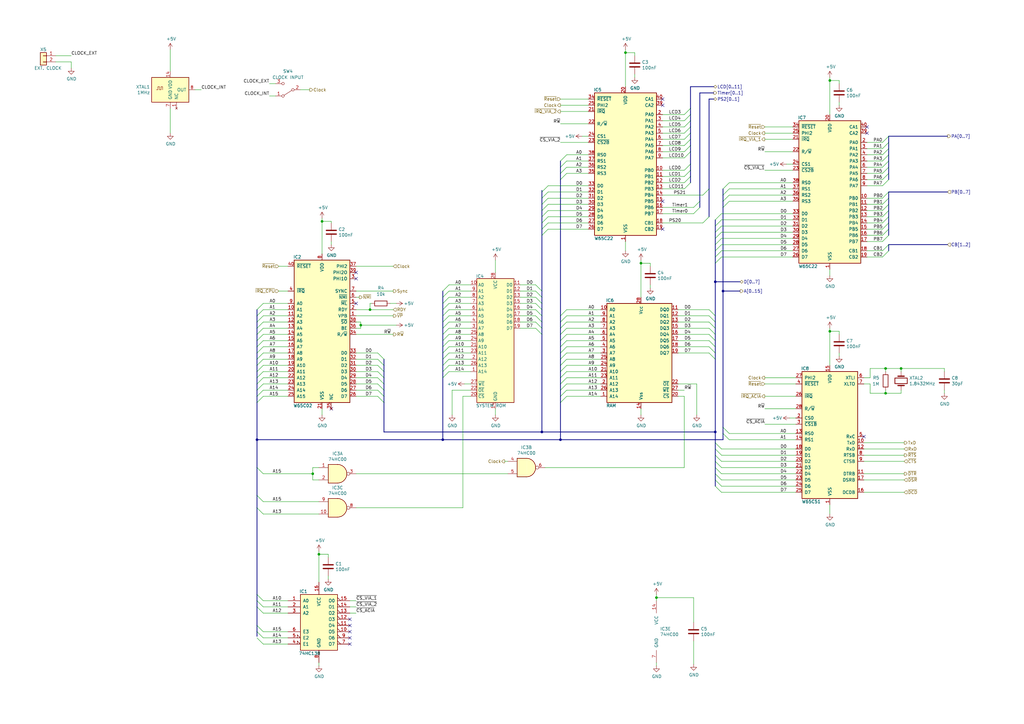
<source format=kicad_sch>
(kicad_sch (version 20231120) (generator "eeschema") (generator_version "8.0")
  (paper "A3")
  (title_block (title "Processor system") (date "2024-10-06") (rev "1.0") (company "https://www.kampis-elektroecke.de") (comment 4 "Author: Ing. Daniel Kampert"))
  (junction (at 340.36 135.89))
  (junction (at 132.08 90.805))
  (junction (at 369.57 151.13))
  (junction (at 229.87 180.34))
  (junction (at 293.37 177.165))
  (junction (at 222.25 177.165))
  (junction (at 340.36 33.02))
  (junction (at 128.27 194.31))
  (junction (at 296.545 119.38))
  (junction (at 151.765 127))
  (junction (at 293.37 115.57))
  (junction (at 363.22 161.29))
  (junction (at 105.41 180.34))
  (junction (at 269.24 245.11))
  (junction (at 262.89 107.95))
  (junction (at 147.955 133.35))
  (junction (at 363.22 151.13))
  (junction (at 130.81 227.33))
  (junction (at 256.54 21.59))
  (junction (at 181.61 180.34))
  (no_connect (at 271.78 43.18))
  (no_connect (at 143.51 259.08))
  (no_connect (at 143.51 264.16))
  (no_connect (at 143.51 256.54))
  (no_connect (at 146.05 114.3))
  (no_connect (at 355.6 52.07))
  (no_connect (at 143.51 261.62))
  (no_connect (at 146.05 111.76))
  (no_connect (at 271.78 93.98))
  (no_connect (at 271.78 82.55))
  (no_connect (at 355.6 54.61))
  (no_connect (at 146.05 124.46))
  (no_connect (at 143.51 254))
  (no_connect (at 135.89 167.64))
  (no_connect (at 354.33 179.07))
  (no_connect (at 271.78 40.64))
  (bus_entry (at 229.87 137.16) (size 2.54 -2.54))
  (bus_entry (at 224.79 86.36) (size -2.54 2.54))
  (bus_entry (at 293.37 144.78) (size -2.54 -2.54))
  (bus_entry (at 361.95 86.36) (size 2.54 -2.54))
  (bus_entry (at 181.61 129.54) (size 2.54 -2.54))
  (bus_entry (at 361.95 60.96) (size 2.54 -2.54))
  (bus_entry (at 229.87 144.78) (size 2.54 -2.54))
  (bus_entry (at 280.67 49.53) (size 2.54 -2.54))
  (bus_entry (at 105.41 139.7) (size 2.54 -2.54))
  (bus_entry (at 280.67 72.39) (size 2.54 -2.54))
  (bus_entry (at 293.37 139.7) (size -2.54 -2.54))
  (bus_entry (at 361.95 93.98) (size 2.54 -2.54))
  (bus_entry (at 361.95 58.42) (size 2.54 -2.54))
  (bus_entry (at 361.95 71.12) (size 2.54 -2.54))
  (bus_entry (at 105.41 261.62) (size 2.54 2.54))
  (bus_entry (at 361.95 73.66) (size 2.54 -2.54))
  (bus_entry (at 181.61 124.46) (size 2.54 -2.54))
  (bus_entry (at 105.41 127) (size 2.54 -2.54))
  (bus_entry (at 107.95 149.86) (size -2.54 2.54))
  (bus_entry (at 181.61 154.94) (size 2.54 -2.54))
  (bus_entry (at 224.79 76.2) (size -2.54 2.54))
  (bus_entry (at 295.91 189.23) (size -2.54 -2.54))
  (bus_entry (at 222.25 127) (size -2.54 -2.54))
  (bus_entry (at 295.91 199.39) (size -2.54 -2.54))
  (bus_entry (at 229.87 160.02) (size 2.54 -2.54))
  (bus_entry (at 296.545 85.09) (size 2.54 -2.54))
  (bus_entry (at 280.67 59.69) (size 2.54 -2.54))
  (bus_entry (at 295.91 186.69) (size -2.54 -2.54))
  (bus_entry (at 181.61 132.08) (size 2.54 -2.54))
  (bus_entry (at 229.87 162.56) (size 2.54 -2.54))
  (bus_entry (at 181.61 139.7) (size 2.54 -2.54))
  (bus_entry (at 224.79 78.74) (size -2.54 2.54))
  (bus_entry (at 364.49 93.98) (size -2.54 2.54))
  (bus_entry (at 361.95 81.28) (size 2.54 -2.54))
  (bus_entry (at 222.25 134.62) (size -2.54 -2.54))
  (bus_entry (at 105.41 256.54) (size 2.54 2.54))
  (bus_entry (at 280.67 57.15) (size 2.54 -2.54))
  (bus_entry (at 361.95 91.44) (size 2.54 -2.54))
  (bus_entry (at 361.95 68.58) (size 2.54 -2.54))
  (bus_entry (at 105.41 144.78) (size 2.54 -2.54))
  (bus_entry (at 181.61 134.62) (size 2.54 -2.54))
  (bus_entry (at 295.91 100.33) (size -2.54 2.54))
  (bus_entry (at 299.085 177.8) (size -2.54 -2.54))
  (bus_entry (at 105.41 160.02) (size 2.54 -2.54))
  (bus_entry (at 293.37 132.08) (size -2.54 -2.54))
  (bus_entry (at 361.95 105.41) (size 2.54 -2.54))
  (bus_entry (at 181.61 121.92) (size 2.54 -2.54))
  (bus_entry (at 284.48 87.63) (size 2.54 -2.54))
  (bus_entry (at 105.41 208.28) (size 2.54 2.54))
  (bus_entry (at 105.41 132.08) (size 2.54 -2.54))
  (bus_entry (at 229.87 165.1) (size 2.54 -2.54))
  (bus_entry (at 280.67 54.61) (size 2.54 -2.54))
  (bus_entry (at 105.41 162.56) (size 2.54 -2.54))
  (bus_entry (at 157.48 162.56) (size -2.54 -2.54))
  (bus_entry (at 105.41 191.77) (size 2.54 2.54))
  (bus_entry (at 157.48 147.32) (size -2.54 -2.54))
  (bus_entry (at 181.61 147.32) (size 2.54 -2.54))
  (bus_entry (at 364.49 96.52) (size -2.54 2.54))
  (bus_entry (at 229.87 68.58) (size 2.54 -2.54))
  (bus_entry (at 295.91 196.85) (size -2.54 -2.54))
  (bus_entry (at 280.67 46.99) (size 2.54 -2.54))
  (bus_entry (at 222.25 124.46) (size -2.54 -2.54))
  (bus_entry (at 157.48 160.02) (size -2.54 -2.54))
  (bus_entry (at 157.48 149.86) (size -2.54 -2.54))
  (bus_entry (at 222.25 137.16) (size -2.54 -2.54))
  (bus_entry (at 295.91 87.63) (size -2.54 2.54))
  (bus_entry (at 181.61 137.16) (size 2.54 -2.54))
  (bus_entry (at 181.61 119.38) (size 2.54 -2.54))
  (bus_entry (at 181.61 127) (size 2.54 -2.54))
  (bus_entry (at 105.41 142.24) (size 2.54 -2.54))
  (bus_entry (at 296.545 82.55) (size 2.54 -2.54))
  (bus_entry (at 293.37 134.62) (size -2.54 -2.54))
  (bus_entry (at 229.87 129.54) (size 2.54 -2.54))
  (bus_entry (at 105.41 147.32) (size 2.54 -2.54))
  (bus_entry (at 229.87 157.48) (size 2.54 -2.54))
  (bus_entry (at 284.48 85.09) (size 2.54 -2.54))
  (bus_entry (at 295.91 191.77) (size -2.54 -2.54))
  (bus_entry (at 280.67 64.77) (size 2.54 -2.54))
  (bus_entry (at 105.41 129.54) (size 2.54 -2.54))
  (bus_entry (at 361.95 63.5) (size 2.54 -2.54))
  (bus_entry (at 288.29 91.44) (size 2.54 -2.54))
  (bus_entry (at 293.37 147.32) (size -2.54 -2.54))
  (bus_entry (at 224.79 88.9) (size -2.54 2.54))
  (bus_entry (at 361.95 88.9) (size 2.54 -2.54))
  (bus_entry (at 229.87 154.94) (size 2.54 -2.54))
  (bus_entry (at 229.87 132.08) (size 2.54 -2.54))
  (bus_entry (at 288.29 80.01) (size 2.54 -2.54))
  (bus_entry (at 229.87 142.24) (size 2.54 -2.54))
  (bus_entry (at 280.67 62.23) (size 2.54 -2.54))
  (bus_entry (at 157.48 165.1) (size -2.54 -2.54))
  (bus_entry (at 105.41 203.2) (size 2.54 2.54))
  (bus_entry (at 105.41 246.38) (size 2.54 2.54))
  (bus_entry (at 295.91 184.15) (size -2.54 -2.54))
  (bus_entry (at 229.87 71.12) (size 2.54 -2.54))
  (bus_entry (at 295.91 95.25) (size -2.54 2.54))
  (bus_entry (at 105.41 137.16) (size 2.54 -2.54))
  (bus_entry (at 295.91 201.93) (size -2.54 -2.54))
  (bus_entry (at 229.87 147.32) (size 2.54 -2.54))
  (bus_entry (at 222.25 119.38) (size -2.54 -2.54))
  (bus_entry (at 361.95 83.82) (size 2.54 -2.54))
  (bus_entry (at 229.87 152.4) (size 2.54 -2.54))
  (bus_entry (at 222.25 121.92) (size -2.54 -2.54))
  (bus_entry (at 157.48 157.48) (size -2.54 -2.54))
  (bus_entry (at 224.79 91.44) (size -2.54 2.54))
  (bus_entry (at 361.95 102.87) (size 2.54 -2.54))
  (bus_entry (at 224.79 81.28) (size -2.54 2.54))
  (bus_entry (at 229.87 134.62) (size 2.54 -2.54))
  (bus_entry (at 280.67 69.85) (size 2.54 -2.54))
  (bus_entry (at 224.79 83.82) (size -2.54 2.54))
  (bus_entry (at 105.41 165.1) (size 2.54 -2.54))
  (bus_entry (at 181.61 149.86) (size 2.54 -2.54))
  (bus_entry (at 296.545 77.47) (size 2.54 -2.54))
  (bus_entry (at 105.41 134.62) (size 2.54 -2.54))
  (bus_entry (at 296.545 80.01) (size 2.54 -2.54))
  (bus_entry (at 293.37 137.16) (size -2.54 -2.54))
  (bus_entry (at 105.41 149.86) (size 2.54 -2.54))
  (bus_entry (at 280.67 77.47) (size 2.54 -2.54))
  (bus_entry (at 361.95 66.04) (size 2.54 -2.54))
  (bus_entry (at 229.87 73.66) (size 2.54 -2.54))
  (bus_entry (at 105.41 243.84) (size 2.54 2.54))
  (bus_entry (at 280.67 52.07) (size 2.54 -2.54))
  (bus_entry (at 181.61 144.78) (size 2.54 -2.54))
  (bus_entry (at 229.87 66.04) (size 2.54 -2.54))
  (bus_entry (at 105.41 154.94) (size 2.54 -2.54))
  (bus_entry (at 295.91 194.31) (size -2.54 -2.54))
  (bus_entry (at 157.48 152.4) (size -2.54 -2.54))
  (bus_entry (at 181.61 152.4) (size 2.54 -2.54))
  (bus_entry (at 222.25 129.54) (size -2.54 -2.54))
  (bus_entry (at 295.91 90.17) (size -2.54 2.54))
  (bus_entry (at 295.91 102.87) (size -2.54 2.54))
  (bus_entry (at 293.37 129.54) (size -2.54 -2.54))
  (bus_entry (at 361.95 76.2) (size 2.54 -2.54))
  (bus_entry (at 222.25 132.08) (size -2.54 -2.54))
  (bus_entry (at 229.87 149.86) (size 2.54 -2.54))
  (bus_entry (at 105.41 248.92) (size 2.54 2.54))
  (bus_entry (at 293.37 142.24) (size -2.54 -2.54))
  (bus_entry (at 295.91 105.41) (size -2.54 2.54))
  (bus_entry (at 224.79 93.98) (size -2.54 2.54))
  (bus_entry (at 295.91 97.79) (size -2.54 2.54))
  (bus_entry (at 105.41 259.08) (size 2.54 2.54))
  (bus_entry (at 107.95 154.94) (size -2.54 2.54))
  (bus_entry (at 295.91 92.71) (size -2.54 2.54))
  (bus_entry (at 229.87 139.7) (size 2.54 -2.54))
  (bus_entry (at 280.67 74.93) (size 2.54 -2.54))
  (bus_entry (at 157.48 154.94) (size -2.54 -2.54))
  (bus_entry (at 299.085 180.34) (size -2.54 -2.54))
  (bus_entry (at 181.61 142.24) (size 2.54 -2.54))
  (wire (pts (xy 271.78 59.69) (xy 280.67 59.69)))
  (wire (pts (xy 189.865 162.56) (xy 189.865 208.28)))
  (bus (pts (xy 105.41 144.78) (xy 105.41 147.32)))
  (wire (pts (xy 107.95 142.24) (xy 118.11 142.24)))
  (wire (pts (xy 361.95 105.41) (xy 355.6 105.41)))
  (wire (pts (xy 363.22 161.29) (xy 369.57 161.29)))
  (wire (pts (xy 344.17 135.89) (xy 340.36 135.89)))
  (wire (pts (xy 313.69 157.48) (xy 326.39 157.48)))
  (wire (pts (xy 266.7 116.84) (xy 266.7 118.11)))
  (wire (pts (xy 232.41 137.16) (xy 246.38 137.16)))
  (wire (pts (xy 232.41 132.08) (xy 246.38 132.08)))
  (wire (pts (xy 284.48 245.11) (xy 284.48 255.27)))
  (bus (pts (xy 229.87 73.66) (xy 229.87 129.54)))
  (wire (pts (xy 213.36 129.54) (xy 219.71 129.54)))
  (wire (pts (xy 241.3 71.12) (xy 232.41 71.12)))
  (bus (pts (xy 222.25 129.54) (xy 222.25 132.08)))
  (bus (pts (xy 105.41 157.48) (xy 105.41 160.02)))
  (wire (pts (xy 147.955 134.62) (xy 146.05 134.62)))
  (wire (pts (xy 295.91 201.93) (xy 326.39 201.93)))
  (wire (pts (xy 110.49 39.37) (xy 113.03 39.37)))
  (wire (pts (xy 107.95 205.74) (xy 130.81 205.74)))
  (wire (pts (xy 313.69 57.15) (xy 325.12 57.15)))
  (wire (pts (xy 118.11 264.16) (xy 107.95 264.16)))
  (wire (pts (xy 361.95 60.96) (xy 355.6 60.96)))
  (wire (pts (xy 203.2 167.64) (xy 203.2 170.18)))
  (bus (pts (xy 229.87 134.62) (xy 229.87 137.16)))
  (wire (pts (xy 278.13 137.16) (xy 290.83 137.16)))
  (bus (pts (xy 157.48 177.165) (xy 222.25 177.165)))
  (bus (pts (xy 181.61 137.16) (xy 181.61 139.7)))
  (wire (pts (xy 340.36 134.62) (xy 340.36 135.89)))
  (wire (pts (xy 290.83 134.62) (xy 278.13 134.62)))
  (bus (pts (xy 293.37 115.57) (xy 303.53 115.57)))
  (wire (pts (xy 184.15 152.4) (xy 193.04 152.4)))
  (wire (pts (xy 313.69 162.56) (xy 326.39 162.56)))
  (bus (pts (xy 364.49 91.44) (xy 364.49 93.98)))
  (bus (pts (xy 222.25 137.16) (xy 222.25 177.165)))
  (bus (pts (xy 157.48 162.56) (xy 157.48 165.1)))
  (wire (pts (xy 271.78 64.77) (xy 280.67 64.77)))
  (bus (pts (xy 105.41 149.86) (xy 105.41 152.4)))
  (wire (pts (xy 130.81 227.33) (xy 130.81 238.76)))
  (bus (pts (xy 283.21 35.56) (xy 292.735 35.56)))
  (wire (pts (xy 107.95 129.54) (xy 118.11 129.54)))
  (wire (pts (xy 278.13 157.48) (xy 285.75 157.48)))
  (bus (pts (xy 181.61 139.7) (xy 181.61 142.24)))
  (bus (pts (xy 364.49 100.33) (xy 364.49 102.87)))
  (bus (pts (xy 229.87 157.48) (xy 229.87 160.02)))
  (bus (pts (xy 293.37 144.78) (xy 293.37 147.32)))
  (wire (pts (xy 295.91 186.69) (xy 326.39 186.69)))
  (wire (pts (xy 295.91 199.39) (xy 326.39 199.39)))
  (bus (pts (xy 181.61 144.78) (xy 181.61 147.32)))
  (bus (pts (xy 283.21 54.61) (xy 283.21 57.15)))
  (wire (pts (xy 295.91 189.23) (xy 326.39 189.23)))
  (bus (pts (xy 296.545 177.8) (xy 296.545 180.34)))
  (bus (pts (xy 105.41 165.1) (xy 105.41 180.34)))
  (wire (pts (xy 232.41 157.48) (xy 246.38 157.48)))
  (bus (pts (xy 364.49 63.5) (xy 364.49 66.04)))
  (bus (pts (xy 105.41 139.7) (xy 105.41 142.24)))
  (wire (pts (xy 280.67 62.23) (xy 271.78 62.23)))
  (bus (pts (xy 181.61 180.34) (xy 229.87 180.34)))
  (wire (pts (xy 369.57 161.29) (xy 369.57 160.02)))
  (bus (pts (xy 229.87 147.32) (xy 229.87 149.86)))
  (wire (pts (xy 355.6 102.87) (xy 361.95 102.87)))
  (wire (pts (xy 232.41 162.56) (xy 246.38 162.56)))
  (bus (pts (xy 181.61 154.94) (xy 181.61 180.34)))
  (bus (pts (xy 229.87 149.86) (xy 229.87 152.4)))
  (wire (pts (xy 135.89 90.805) (xy 132.08 90.805)))
  (wire (pts (xy 363.22 160.02) (xy 363.22 161.29)))
  (wire (pts (xy 340.36 110.49) (xy 340.36 113.03)))
  (bus (pts (xy 105.41 147.32) (xy 105.41 149.86)))
  (wire (pts (xy 295.91 194.31) (xy 326.39 194.31)))
  (wire (pts (xy 161.29 129.54) (xy 146.05 129.54)))
  (wire (pts (xy 232.41 68.58) (xy 241.3 68.58)))
  (wire (pts (xy 146.05 109.22) (xy 161.29 109.22)))
  (wire (pts (xy 269.24 245.11) (xy 269.24 246.38)))
  (wire (pts (xy 241.3 58.42) (xy 229.87 58.42)))
  (wire (pts (xy 184.15 134.62) (xy 193.04 134.62)))
  (bus (pts (xy 157.48 160.02) (xy 157.48 162.56)))
  (wire (pts (xy 295.91 90.17) (xy 325.12 90.17)))
  (wire (pts (xy 107.95 147.32) (xy 118.11 147.32)))
  (wire (pts (xy 256.54 21.59) (xy 260.35 21.59)))
  (wire (pts (xy 340.36 31.75) (xy 340.36 33.02)))
  (wire (pts (xy 213.36 119.38) (xy 219.71 119.38)))
  (wire (pts (xy 355.6 76.2) (xy 361.95 76.2)))
  (wire (pts (xy 184.15 142.24) (xy 193.04 142.24)))
  (wire (pts (xy 284.48 262.89) (xy 284.48 272.415)))
  (bus (pts (xy 105.41 162.56) (xy 105.41 165.1)))
  (bus (pts (xy 105.41 127) (xy 105.41 129.54)))
  (bus (pts (xy 157.48 157.48) (xy 157.48 160.02)))
  (wire (pts (xy 299.085 80.01) (xy 325.12 80.01)))
  (bus (pts (xy 229.87 129.54) (xy 229.87 132.08)))
  (bus (pts (xy 105.41 132.08) (xy 105.41 134.62)))
  (wire (pts (xy 146.05 208.28) (xy 189.865 208.28)))
  (wire (pts (xy 361.95 73.66) (xy 355.6 73.66)))
  (wire (pts (xy 146.05 149.86) (xy 154.94 149.86)))
  (wire (pts (xy 146.05 162.56) (xy 154.94 162.56)))
  (wire (pts (xy 313.69 167.64) (xy 326.39 167.64)))
  (wire (pts (xy 361.95 66.04) (xy 355.6 66.04)))
  (wire (pts (xy 184.15 116.84) (xy 193.04 116.84)))
  (wire (pts (xy 262.89 106.68) (xy 262.89 107.95)))
  (wire (pts (xy 370.84 184.15) (xy 354.33 184.15)))
  (bus (pts (xy 364.49 88.9) (xy 364.49 91.44)))
  (wire (pts (xy 146.05 194.31) (xy 208.28 194.31)))
  (bus (pts (xy 283.21 62.23) (xy 283.21 67.31)))
  (bus (pts (xy 229.87 142.24) (xy 229.87 144.78)))
  (wire (pts (xy 271.78 74.93) (xy 280.67 74.93)))
  (wire (pts (xy 224.79 91.44) (xy 241.3 91.44)))
  (wire (pts (xy 184.15 129.54) (xy 193.04 129.54)))
  (wire (pts (xy 295.91 191.77) (xy 326.39 191.77)))
  (bus (pts (xy 293.37 137.16) (xy 293.37 139.7)))
  (wire (pts (xy 280.67 52.07) (xy 271.78 52.07)))
  (wire (pts (xy 285.75 157.48) (xy 285.75 170.18)))
  (wire (pts (xy 344.17 41.91) (xy 344.17 43.18)))
  (wire (pts (xy 107.95 194.31) (xy 128.27 194.31)))
  (wire (pts (xy 313.69 154.94) (xy 326.39 154.94)))
  (wire (pts (xy 184.15 149.86) (xy 193.04 149.86)))
  (wire (pts (xy 361.95 93.98) (xy 355.6 93.98)))
  (bus (pts (xy 222.25 83.82) (xy 222.25 86.36)))
  (bus (pts (xy 181.61 132.08) (xy 181.61 134.62)))
  (wire (pts (xy 143.51 246.38) (xy 146.05 246.38)))
  (bus (pts (xy 364.49 71.12) (xy 364.49 73.66)))
  (bus (pts (xy 105.41 208.28) (xy 105.41 243.84)))
  (bus (pts (xy 293.37 129.54) (xy 293.37 132.08)))
  (bus (pts (xy 222.25 78.74) (xy 222.25 81.28)))
  (wire (pts (xy 387.35 161.29) (xy 387.35 160.02)))
  (wire (pts (xy 107.95 139.7) (xy 118.11 139.7)))
  (bus (pts (xy 229.87 144.78) (xy 229.87 147.32)))
  (wire (pts (xy 295.91 102.87) (xy 325.12 102.87)))
  (wire (pts (xy 246.38 160.02) (xy 232.41 160.02)))
  (bus (pts (xy 283.21 57.15) (xy 283.21 59.69)))
  (wire (pts (xy 278.13 162.56) (xy 280.67 162.56)))
  (wire (pts (xy 107.95 137.16) (xy 118.11 137.16)))
  (wire (pts (xy 123.19 36.83) (xy 127 36.83)))
  (wire (pts (xy 213.36 121.92) (xy 219.71 121.92)))
  (wire (pts (xy 271.78 80.01) (xy 288.29 80.01)))
  (wire (pts (xy 256.54 21.59) (xy 256.54 35.56)))
  (wire (pts (xy 363.22 151.13) (xy 363.22 152.4)))
  (wire (pts (xy 295.91 97.79) (xy 325.12 97.79)))
  (wire (pts (xy 184.15 139.7) (xy 193.04 139.7)))
  (bus (pts (xy 296.545 175.26) (xy 296.545 177.8)))
  (wire (pts (xy 130.81 227.33) (xy 130.81 226.06)))
  (bus (pts (xy 283.21 72.39) (xy 283.21 74.93)))
  (bus (pts (xy 105.41 259.08) (xy 105.41 260.985)))
  (wire (pts (xy 29.21 27.94) (xy 29.21 25.4)))
  (bus (pts (xy 105.41 191.77) (xy 105.41 203.2)))
  (bus (pts (xy 293.37 92.71) (xy 293.37 95.25)))
  (bus (pts (xy 283.21 59.69) (xy 283.21 62.23)))
  (wire (pts (xy 354.33 154.94) (xy 356.87 154.94)))
  (wire (pts (xy 213.36 124.46) (xy 219.71 124.46)))
  (bus (pts (xy 222.25 177.165) (xy 293.37 177.165)))
  (bus (pts (xy 222.25 86.36) (xy 222.25 88.9)))
  (wire (pts (xy 224.79 88.9) (xy 241.3 88.9)))
  (wire (pts (xy 107.95 246.38) (xy 118.11 246.38)))
  (bus (pts (xy 296.545 82.55) (xy 296.545 85.09)))
  (bus (pts (xy 364.49 93.98) (xy 364.49 96.52)))
  (wire (pts (xy 151.765 127) (xy 146.05 127)))
  (wire (pts (xy 387.35 151.13) (xy 387.35 152.4)))
  (wire (pts (xy 130.81 271.78) (xy 130.81 273.05)))
  (wire (pts (xy 184.15 144.78) (xy 193.04 144.78)))
  (wire (pts (xy 278.13 142.24) (xy 290.83 142.24)))
  (wire (pts (xy 295.91 92.71) (xy 325.12 92.71)))
  (wire (pts (xy 224.79 76.2) (xy 241.3 76.2)))
  (bus (pts (xy 293.37 102.87) (xy 293.37 105.41)))
  (wire (pts (xy 344.17 137.16) (xy 344.17 135.89)))
  (bus (pts (xy 222.25 127) (xy 222.25 129.54)))
  (wire (pts (xy 280.67 162.56) (xy 280.67 191.77)))
  (bus (pts (xy 229.87 139.7) (xy 229.87 142.24)))
  (wire (pts (xy 184.15 124.46) (xy 193.04 124.46)))
  (bus (pts (xy 222.25 93.98) (xy 222.25 96.52)))
  (bus (pts (xy 364.49 68.58) (xy 364.49 71.12)))
  (wire (pts (xy 370.84 189.23) (xy 354.33 189.23)))
  (bus (pts (xy 105.41 160.02) (xy 105.41 162.56)))
  (wire (pts (xy 246.38 129.54) (xy 232.41 129.54)))
  (bus (pts (xy 293.37 132.08) (xy 293.37 134.62)))
  (bus (pts (xy 181.61 129.54) (xy 181.61 132.08)))
  (wire (pts (xy 299.085 177.8) (xy 326.39 177.8)))
  (wire (pts (xy 271.78 54.61) (xy 280.67 54.61)))
  (wire (pts (xy 280.67 191.77) (xy 223.52 191.77)))
  (bus (pts (xy 229.87 160.02) (xy 229.87 162.56)))
  (bus (pts (xy 105.41 180.34) (xy 181.61 180.34)))
  (wire (pts (xy 266.7 109.22) (xy 266.7 107.95)))
  (wire (pts (xy 269.24 245.11) (xy 284.48 245.11)))
  (wire (pts (xy 203.2 106.68) (xy 203.2 111.76)))
  (bus (pts (xy 181.61 121.92) (xy 181.61 124.46)))
  (bus (pts (xy 283.21 46.99) (xy 283.21 49.53)))
  (bus (pts (xy 157.48 165.1) (xy 157.48 177.165)))
  (wire (pts (xy 266.7 107.95) (xy 262.89 107.95)))
  (wire (pts (xy 355.6 63.5) (xy 361.95 63.5)))
  (wire (pts (xy 82.55 36.83) (xy 80.01 36.83)))
  (bus (pts (xy 364.49 60.96) (xy 364.49 63.5)))
  (wire (pts (xy 22.86 25.4) (xy 29.21 25.4)))
  (bus (pts (xy 157.48 149.86) (xy 157.48 152.4)))
  (wire (pts (xy 107.95 210.82) (xy 130.81 210.82)))
  (wire (pts (xy 107.95 162.56) (xy 118.11 162.56)))
  (bus (pts (xy 229.87 132.08) (xy 229.87 134.62)))
  (bus (pts (xy 287.02 38.1) (xy 287.02 82.55)))
  (bus (pts (xy 157.48 152.4) (xy 157.48 154.94)))
  (wire (pts (xy 369.57 151.13) (xy 369.57 152.4)))
  (wire (pts (xy 118.11 259.08) (xy 107.95 259.08)))
  (bus (pts (xy 364.49 86.36) (xy 364.49 88.9)))
  (wire (pts (xy 355.6 86.36) (xy 361.95 86.36)))
  (bus (pts (xy 293.37 189.23) (xy 293.37 191.77)))
  (bus (pts (xy 293.37 184.15) (xy 293.37 186.69)))
  (wire (pts (xy 107.95 132.08) (xy 118.11 132.08)))
  (bus (pts (xy 283.21 35.56) (xy 283.21 44.45)))
  (wire (pts (xy 256.54 20.32) (xy 256.54 21.59)))
  (wire (pts (xy 271.78 77.47) (xy 280.67 77.47)))
  (bus (pts (xy 290.83 40.64) (xy 290.83 77.47)))
  (wire (pts (xy 107.95 124.46) (xy 118.11 124.46)))
  (wire (pts (xy 114.3 109.22) (xy 118.11 109.22)))
  (bus (pts (xy 105.41 154.94) (xy 105.41 157.48)))
  (wire (pts (xy 232.41 152.4) (xy 246.38 152.4)))
  (bus (pts (xy 293.37 100.33) (xy 293.37 102.87)))
  (bus (pts (xy 105.41 142.24) (xy 105.41 144.78)))
  (wire (pts (xy 146.05 152.4) (xy 154.94 152.4)))
  (wire (pts (xy 354.33 186.69) (xy 370.84 186.69)))
  (wire (pts (xy 340.36 135.89) (xy 340.36 149.86)))
  (wire (pts (xy 185.42 160.02) (xy 193.04 160.02)))
  (wire (pts (xy 322.58 67.31) (xy 325.12 67.31)))
  (wire (pts (xy 146.05 147.32) (xy 154.94 147.32)))
  (bus (pts (xy 105.41 180.34) (xy 105.41 191.77)))
  (bus (pts (xy 293.37 147.32) (xy 293.37 177.165)))
  (wire (pts (xy 344.17 34.29) (xy 344.17 33.02)))
  (bus (pts (xy 293.37 139.7) (xy 293.37 142.24)))
  (bus (pts (xy 296.545 80.01) (xy 296.545 82.55)))
  (wire (pts (xy 213.36 127) (xy 219.71 127)))
  (bus (pts (xy 296.545 119.38) (xy 296.545 175.26)))
  (wire (pts (xy 147.955 133.35) (xy 147.955 134.62)))
  (wire (pts (xy 224.79 81.28) (xy 241.3 81.28)))
  (wire (pts (xy 143.51 248.92) (xy 146.05 248.92)))
  (wire (pts (xy 356.87 157.48) (xy 356.87 161.29)))
  (wire (pts (xy 107.95 157.48) (xy 118.11 157.48)))
  (bus (pts (xy 222.25 124.46) (xy 222.25 127)))
  (wire (pts (xy 147.955 133.35) (xy 162.56 133.35)))
  (wire (pts (xy 146.05 154.94) (xy 154.94 154.94)))
  (wire (pts (xy 107.95 152.4) (xy 118.11 152.4)))
  (bus (pts (xy 229.87 71.12) (xy 229.87 73.66)))
  (wire (pts (xy 280.67 57.15) (xy 271.78 57.15)))
  (wire (pts (xy 325.12 82.55) (xy 299.085 82.55)))
  (bus (pts (xy 105.41 256.54) (xy 105.41 259.08)))
  (bus (pts (xy 222.25 119.38) (xy 222.25 121.92)))
  (wire (pts (xy 132.08 170.18) (xy 132.08 167.64)))
  (bus (pts (xy 293.37 97.79) (xy 293.37 100.33)))
  (wire (pts (xy 246.38 134.62) (xy 232.41 134.62)))
  (bus (pts (xy 293.37 142.24) (xy 293.37 144.78)))
  (bus (pts (xy 181.61 147.32) (xy 181.61 149.86)))
  (wire (pts (xy 326.39 180.34) (xy 299.085 180.34)))
  (wire (pts (xy 280.67 72.39) (xy 271.78 72.39)))
  (bus (pts (xy 364.49 81.28) (xy 364.49 83.82)))
  (wire (pts (xy 241.3 50.8) (xy 229.87 50.8)))
  (bus (pts (xy 293.37 95.25) (xy 293.37 97.79)))
  (wire (pts (xy 356.87 154.94) (xy 356.87 151.13)))
  (bus (pts (xy 292.735 40.64) (xy 290.83 40.64)))
  (wire (pts (xy 278.13 132.08) (xy 290.83 132.08)))
  (wire (pts (xy 229.87 40.64) (xy 241.3 40.64)))
  (wire (pts (xy 271.78 91.44) (xy 288.29 91.44)))
  (bus (pts (xy 283.21 49.53) (xy 283.21 52.07)))
  (wire (pts (xy 355.6 68.58) (xy 361.95 68.58)))
  (bus (pts (xy 222.25 81.28) (xy 222.25 83.82)))
  (wire (pts (xy 325.12 69.85) (xy 313.69 69.85)))
  (bus (pts (xy 222.25 96.52) (xy 222.25 119.38)))
  (wire (pts (xy 344.17 144.78) (xy 344.17 146.05)))
  (bus (pts (xy 229.87 162.56) (xy 229.87 165.1)))
  (wire (pts (xy 354.33 157.48) (xy 356.87 157.48)))
  (wire (pts (xy 69.85 44.45) (xy 69.85 54.61)))
  (wire (pts (xy 189.865 162.56) (xy 193.04 162.56)))
  (bus (pts (xy 229.87 68.58) (xy 229.87 71.12)))
  (wire (pts (xy 184.15 147.32) (xy 193.04 147.32)))
  (wire (pts (xy 354.33 181.61) (xy 370.84 181.61)))
  (bus (pts (xy 296.545 119.38) (xy 303.53 119.38)))
  (wire (pts (xy 132.08 104.14) (xy 132.08 90.805)))
  (wire (pts (xy 355.6 96.52) (xy 361.95 96.52)))
  (bus (pts (xy 296.545 77.47) (xy 296.545 80.01)))
  (wire (pts (xy 260.35 30.48) (xy 260.35 31.75)))
  (wire (pts (xy 356.87 151.13) (xy 363.22 151.13)))
  (wire (pts (xy 130.81 196.85) (xy 128.27 196.85)))
  (wire (pts (xy 213.36 132.08) (xy 219.71 132.08)))
  (wire (pts (xy 224.79 93.98) (xy 241.3 93.98)))
  (wire (pts (xy 363.22 151.13) (xy 369.57 151.13)))
  (bus (pts (xy 283.21 52.07) (xy 283.21 54.61)))
  (wire (pts (xy 340.36 33.02) (xy 340.36 46.99)))
  (wire (pts (xy 241.3 66.04) (xy 232.41 66.04)))
  (wire (pts (xy 295.91 105.41) (xy 325.12 105.41)))
  (wire (pts (xy 290.83 144.78) (xy 278.13 144.78)))
  (bus (pts (xy 293.37 194.31) (xy 293.37 196.85)))
  (bus (pts (xy 293.37 196.85) (xy 293.37 199.39)))
  (bus (pts (xy 181.61 149.86) (xy 181.61 152.4)))
  (bus (pts (xy 293.37 90.17) (xy 293.37 92.71)))
  (wire (pts (xy 184.15 119.38) (xy 193.04 119.38)))
  (wire (pts (xy 246.38 149.86) (xy 232.41 149.86)))
  (bus (pts (xy 293.37 177.165) (xy 293.37 181.61)))
  (wire (pts (xy 355.6 91.44) (xy 361.95 91.44)))
  (wire (pts (xy 246.38 154.94) (xy 232.41 154.94)))
  (wire (pts (xy 146.05 251.46) (xy 143.51 251.46)))
  (bus (pts (xy 287.02 38.1) (xy 292.735 38.1)))
  (wire (pts (xy 356.87 161.29) (xy 363.22 161.29)))
  (bus (pts (xy 364.49 83.82) (xy 364.49 86.36)))
  (bus (pts (xy 229.87 152.4) (xy 229.87 154.94)))
  (bus (pts (xy 229.87 66.04) (xy 229.87 68.58)))
  (bus (pts (xy 293.37 191.77) (xy 293.37 194.31)))
  (wire (pts (xy 354.33 194.31) (xy 370.84 194.31)))
  (wire (pts (xy 134.62 228.6) (xy 134.62 227.33)))
  (wire (pts (xy 246.38 139.7) (xy 232.41 139.7)))
  (wire (pts (xy 340.36 33.02) (xy 344.17 33.02)))
  (wire (pts (xy 361.95 88.9) (xy 355.6 88.9)))
  (wire (pts (xy 190.5 157.48) (xy 193.04 157.48)))
  (bus (pts (xy 364.49 100.33) (xy 388.62 100.33)))
  (bus (pts (xy 222.25 78.105) (xy 222.25 78.74)))
  (wire (pts (xy 128.27 194.31) (xy 128.27 196.85)))
  (bus (pts (xy 222.25 121.92) (xy 222.25 124.46)))
  (bus (pts (xy 181.61 142.24) (xy 181.61 144.78)))
  (wire (pts (xy 107.95 144.78) (xy 118.11 144.78)))
  (wire (pts (xy 152.4 124.46) (xy 151.765 124.46)))
  (wire (pts (xy 118.11 248.92) (xy 107.95 248.92)))
  (bus (pts (xy 293.37 134.62) (xy 293.37 137.16)))
  (bus (pts (xy 105.41 246.38) (xy 105.41 248.92)))
  (wire (pts (xy 280.67 160.02) (xy 278.13 160.02)))
  (wire (pts (xy 146.05 132.08) (xy 147.955 132.08)))
  (wire (pts (xy 134.62 236.22) (xy 134.62 237.49)))
  (wire (pts (xy 355.6 71.12) (xy 361.95 71.12)))
  (wire (pts (xy 295.91 184.15) (xy 326.39 184.15)))
  (wire (pts (xy 184.15 132.08) (xy 193.04 132.08)))
  (wire (pts (xy 22.86 22.86) (xy 29.21 22.86)))
  (bus (pts (xy 105.41 203.2) (xy 105.41 208.28)))
  (bus (pts (xy 293.37 107.95) (xy 293.37 115.57)))
  (bus (pts (xy 181.61 134.62) (xy 181.61 137.16)))
  (wire (pts (xy 114.3 119.38) (xy 118.11 119.38)))
  (wire (pts (xy 146.05 121.92) (xy 147.32 121.92)))
  (wire (pts (xy 280.67 46.99) (xy 271.78 46.99)))
  (bus (pts (xy 364.49 55.88) (xy 364.49 58.42)))
  (bus (pts (xy 105.41 243.84) (xy 105.41 246.38)))
  (wire (pts (xy 135.89 91.44) (xy 135.89 90.805)))
  (bus (pts (xy 364.49 78.74) (xy 388.62 78.74)))
  (bus (pts (xy 229.87 180.34) (xy 296.545 180.34)))
  (wire (pts (xy 299.085 74.93) (xy 325.12 74.93)))
  (bus (pts (xy 364.49 78.74) (xy 364.49 81.28)))
  (wire (pts (xy 224.79 83.82) (xy 241.3 83.82)))
  (bus (pts (xy 181.61 119.38) (xy 181.61 121.92)))
  (wire (pts (xy 107.95 261.62) (xy 118.11 261.62)))
  (wire (pts (xy 271.78 49.53) (xy 280.67 49.53)))
  (wire (pts (xy 271.78 87.63) (xy 284.48 87.63)))
  (bus (pts (xy 105.41 134.62) (xy 105.41 137.16)))
  (wire (pts (xy 147.955 132.08) (xy 147.955 133.35)))
  (wire (pts (xy 146.05 137.16) (xy 161.29 137.16)))
  (bus (pts (xy 222.25 134.62) (xy 222.25 137.16)))
  (bus (pts (xy 222.25 91.44) (xy 222.25 93.98)))
  (wire (pts (xy 326.39 173.99) (xy 313.69 173.99)))
  (wire (pts (xy 229.87 45.72) (xy 241.3 45.72)))
  (bus (pts (xy 283.21 69.85) (xy 283.21 72.39)))
  (bus (pts (xy 222.25 132.08) (xy 222.25 134.62)))
  (wire (pts (xy 107.95 149.86) (xy 118.11 149.86)))
  (wire (pts (xy 361.95 83.82) (xy 355.6 83.82)))
  (wire (pts (xy 184.15 127) (xy 193.04 127)))
  (wire (pts (xy 161.29 127) (xy 151.765 127)))
  (wire (pts (xy 185.42 160.02) (xy 185.42 170.18)))
  (wire (pts (xy 369.57 151.13) (xy 387.35 151.13)))
  (bus (pts (xy 364.49 55.88) (xy 388.62 55.88)))
  (wire (pts (xy 295.91 196.85) (xy 326.39 196.85)))
  (wire (pts (xy 295.91 95.25) (xy 325.12 95.25)))
  (wire (pts (xy 128.27 191.77) (xy 130.81 191.77)))
  (bus (pts (xy 222.25 88.9) (xy 222.25 91.44)))
  (bus (pts (xy 283.21 67.31) (xy 283.21 69.85)))
  (bus (pts (xy 364.49 66.04) (xy 364.49 68.58)))
  (bus (pts (xy 105.41 129.54) (xy 105.41 132.08)))
  (wire (pts (xy 110.49 34.29) (xy 113.03 34.29)))
  (wire (pts (xy 325.12 54.61) (xy 313.69 54.61)))
  (wire (pts (xy 355.6 81.28) (xy 361.95 81.28)))
  (bus (pts (xy 105.41 248.92) (xy 105.41 256.54)))
  (wire (pts (xy 295.91 100.33) (xy 325.12 100.33)))
  (wire (pts (xy 325.12 77.47) (xy 299.085 77.47)))
  (wire (pts (xy 284.48 85.09) (xy 271.78 85.09)))
  (wire (pts (xy 313.69 52.07) (xy 325.12 52.07)))
  (wire (pts (xy 290.83 129.54) (xy 278.13 129.54)))
  (bus (pts (xy 229.87 137.16) (xy 229.87 139.7)))
  (wire (pts (xy 184.15 137.16) (xy 193.04 137.16)))
  (wire (pts (xy 107.95 160.02) (xy 118.11 160.02)))
  (bus (pts (xy 364.49 58.42) (xy 364.49 60.96)))
  (wire (pts (xy 262.89 107.95) (xy 262.89 121.92)))
  (bus (pts (xy 181.61 152.4) (xy 181.61 154.94)))
  (bus (pts (xy 293.37 181.61) (xy 293.37 184.15)))
  (wire (pts (xy 213.36 134.62) (xy 219.71 134.62)))
  (wire (pts (xy 184.15 121.92) (xy 193.04 121.92)))
  (wire (pts (xy 355.6 58.42) (xy 361.95 58.42)))
  (wire (pts (xy 128.27 191.77) (xy 128.27 194.31)))
  (wire (pts (xy 130.81 227.33) (xy 134.62 227.33)))
  (wire (pts (xy 269.24 243.84) (xy 269.24 245.11)))
  (wire (pts (xy 146.05 119.38) (xy 161.29 119.38)))
  (bus (pts (xy 296.545 85.09) (xy 296.545 119.38)))
  (wire (pts (xy 135.89 99.06) (xy 135.89 100.33)))
  (wire (pts (xy 325.12 62.23) (xy 313.69 62.23)))
  (wire (pts (xy 269.24 271.78) (xy 269.24 273.05)))
  (wire (pts (xy 290.83 139.7) (xy 278.13 139.7)))
  (bus (pts (xy 293.37 105.41) (xy 293.37 107.95)))
  (wire (pts (xy 232.41 147.32) (xy 246.38 147.32)))
  (wire (pts (xy 232.41 127) (xy 246.38 127)))
  (bus (pts (xy 181.61 127) (xy 181.61 129.54)))
  (wire (pts (xy 262.89 170.18) (xy 262.89 167.64)))
  (bus (pts (xy 157.48 154.94) (xy 157.48 157.48)))
  (bus (pts (xy 229.87 165.1) (xy 229.87 180.34)))
  (bus (pts (xy 181.61 124.46) (xy 181.61 127)))
  (bus (pts (xy 293.37 186.69) (xy 293.37 189.23)))
  (wire (pts (xy 260.35 22.86) (xy 260.35 21.59)))
  (wire (pts (xy 361.95 99.06) (xy 355.6 99.06)))
  (wire (pts (xy 146.05 160.02) (xy 154.94 160.02)))
  (wire (pts (xy 107.95 127) (xy 118.11 127)))
  (wire (pts (xy 213.36 116.84) (xy 219.71 116.84)))
  (wire (pts (xy 232.41 142.24) (xy 246.38 142.24)))
  (bus (pts (xy 293.37 115.57) (xy 293.37 129.54)))
  (wire (pts (xy 354.33 196.85) (xy 370.84 196.85)))
  (wire (pts (xy 246.38 144.78) (xy 232.41 144.78)))
  (wire (pts (xy 107.95 251.46) (xy 118.11 251.46)))
  (bus (pts (xy 287.02 82.55) (xy 287.02 85.09)))
  (wire (pts (xy 132.08 90.805) (xy 132.08 89.535)))
  (wire (pts (xy 278.13 127) (xy 290.83 127)))
  (wire (pts (xy 160.02 124.46) (xy 162.56 124.46)))
  (wire (pts (xy 151.765 124.46) (xy 151.765 127)))
  (wire (pts (xy 107.95 134.62) (xy 118.11 134.62)))
  (wire (pts (xy 271.78 69.85) (xy 280.67 69.85)))
  (wire (pts (xy 146.05 157.48) (xy 154.94 157.48)))
  (wire (pts (xy 295.91 87.63) (xy 325.12 87.63)))
  (wire (pts (xy 354.33 201.93) (xy 370.84 201.93)))
  (bus (pts (xy 105.41 137.16) (xy 105.41 139.7)))
  (wire (pts (xy 146.05 144.78) (xy 154.94 144.78)))
  (bus (pts (xy 105.41 152.4) (xy 105.41 154.94)))
  (wire (pts (xy 241.3 43.18) (xy 229.87 43.18)))
  (wire (pts (xy 256.54 102.87) (xy 256.54 99.06)))
  (wire (pts (xy 323.85 171.45) (xy 326.39 171.45)))
  (wire (pts (xy 107.95 154.94) (xy 118.11 154.94)))
  (bus (pts (xy 229.87 154.94) (xy 229.87 157.48)))
  (wire (pts (xy 340.36 210.82) (xy 340.36 207.01)))
  (bus (pts (xy 290.83 77.47) (xy 290.83 88.9)))
  (bus (pts (xy 283.21 44.45) (xy 283.21 46.99)))
  (bus (pts (xy 157.48 147.32) (xy 157.48 149.86)))
  (wire (pts (xy 69.85 29.21) (xy 69.85 20.32)))
  (wire (pts (xy 207.01 189.23) (xy 208.28 189.23)))
  (wire (pts (xy 224.79 86.36) (xy 241.3 86.36)))
  (wire (pts (xy 238.76 55.88) (xy 241.3 55.88)))
  (wire (pts (xy 232.41 63.5) (xy 241.3 63.5)))
  (wire (pts (xy 224.79 78.74) (xy 241.3 78.74)))
  (label "A3" (at 110.49 132.08 0))
  (label "A3" (at 236.22 71.12 0))
  (label "A13" (at 186.69 149.86 0))
  (label "D4" (at 280.67 137.16 0))
  (label "D5" (at 320.04 100.33 0))
  (label "A10" (at 110.49 149.86 0))
  (label "D7" (at 320.04 105.41 0))
  (label "~{CS_VIA_2}" (at 146.05 248.92 0))
  (label "D0" (at 280.67 127 0))
  (label "PA6" (at 358.14 73.66 0))
  (label "A1" (at 320.04 180.34 0))
  (label "LCD5" (at 274.32 52.07 0))
  (label "PB5" (at 358.14 93.98 0))
  (label "D4" (at 236.22 86.36 0))
  (label "A1" (at 236.22 66.04 0))
  (label "D2" (at 320.04 92.71 0))
  (label "D0" (at 320.04 87.63 0))
  (label "PA0" (at 358.14 58.42 0))
  (label "A13" (at 111.76 264.16 0))
  (label "A9" (at 110.49 147.32 0))
  (label "D6" (at 215.9 132.08 0))
  (label "D3" (at 280.67 134.62 0))
  (label "A0" (at 320.04 74.93 0))
  (label "PB2" (at 358.14 86.36 0))
  (label "A7" (at 241.3 144.78 0))
  (label "D0" (at 149.86 144.78 0))
  (label "A3" (at 186.69 124.46 0))
  (label "PS20" (at 274.32 91.44 0))
  (label "D2" (at 280.67 132.08 0))
  (label "A1" (at 186.69 119.38 0))
  (label "A12" (at 110.49 154.94 0))
  (label "A12" (at 186.69 147.32 0))
  (label "CLOCK_INT" (at 110.49 39.37 180))
  (label "A14" (at 111.76 261.62 0))
  (label "PA1" (at 358.14 60.96 0))
  (label "A0" (at 236.22 63.5 0))
  (label "A15" (at 111.76 194.31 0))
  (label "A0" (at 110.49 124.46 0))
  (label "~{CS_VIA_1}" (at 313.69 69.85 180))
  (label "A11" (at 241.3 154.94 0))
  (label "A8" (at 186.69 137.16 0))
  (label "PB0" (at 358.14 81.28 0))
  (label "CLOCK_EXT" (at 110.49 34.29 180))
  (label "D3" (at 236.22 83.82 0))
  (label "~{CS_ACIA}" (at 313.69 173.99 180))
  (label "PB3" (at 358.14 88.9 0))
  (label "A4" (at 186.69 127 0))
  (label "LCD1" (at 274.32 72.39 0))
  (label "A2" (at 320.04 80.01 0))
  (label "A4" (at 110.49 134.62 0))
  (label "A15" (at 111.76 259.08 0))
  (label "~{CS_VIA_1}" (at 146.05 246.38 0))
  (label "A5" (at 186.69 129.54 0))
  (label "CLOCK_EXT" (at 29.21 22.86 0))
  (label "D4" (at 320.04 97.79 0))
  (label "R~{W}" (at 229.87 50.8 180))
  (label "LCD8" (at 274.32 59.69 0))
  (label "D4" (at 149.86 154.94 0))
  (label "CB1" (at 358.14 102.87 0))
  (label "A9" (at 186.69 139.7 0))
  (label "A11" (at 110.49 152.4 0))
  (label "A13" (at 241.3 160.02 0))
  (label "PB4" (at 358.14 91.44 0))
  (label "CB2" (at 358.14 105.41 0))
  (label "D3" (at 215.9 124.46 0))
  (label "A2" (at 241.3 132.08 0))
  (label "D7" (at 236.22 93.98 0))
  (label "D4" (at 320.04 194.31 0))
  (label "A2" (at 110.49 129.54 0))
  (label "A14" (at 241.3 162.56 0))
  (label "A10" (at 186.69 142.24 0))
  (label "PB1" (at 358.14 83.82 0))
  (label "R~{W}" (at 313.69 167.64 180))
  (label "A14" (at 110.49 160.02 0))
  (label "R~{W}" (at 313.69 62.23 180))
  (label "A1" (at 320.04 77.47 0))
  (label "~{CS_VIA_2}" (at 229.87 58.42 180))
  (label "D2" (at 149.86 149.86 0))
  (label "LCD9" (at 274.32 62.23 0))
  (label "D5" (at 236.22 88.9 0))
  (label "D0" (at 236.22 76.2 0))
  (label "LCD7" (at 274.32 57.15 0))
  (label "A8" (at 110.49 144.78 0))
  (label "D1" (at 236.22 78.74 0))
  (label "A5" (at 241.3 139.7 0))
  (label "D7" (at 149.86 162.56 0))
  (label "A12" (at 111.76 251.46 0))
  (label "LCD4" (at 274.32 49.53 0))
  (label "A12" (at 241.3 157.48 0))
  (label "A2" (at 236.22 68.58 0))
  (label "D0" (at 215.9 116.84 0))
  (label "D5" (at 320.04 196.85 0))
  (label "D5" (at 149.86 157.48 0))
  (label "D5" (at 280.67 139.7 0))
  (label "A8" (at 241.3 147.32 0))
  (label "A4" (at 241.3 137.16 0))
  (label "D6" (at 320.04 199.39 0))
  (label "~{CS_ACIA}" (at 146.05 251.46 0))
  (label "LCD11" (at 274.32 77.47 0))
  (label "D2" (at 236.22 81.28 0))
  (label "A13" (at 111.76 210.82 0))
  (label "A15" (at 111.76 205.74 0))
  (label "D4" (at 215.9 127 0))
  (label "LCD10" (at 274.32 64.77 0))
  (label "A2" (at 186.69 121.92 0))
  (label "A6" (at 110.49 139.7 0))
  (label "Timer1" (at 275.59 85.09 0))
  (label "A11" (at 186.69 144.78 0))
  (label "D2" (at 215.9 121.92 0))
  (label "PA5" (at 358.14 71.12 0))
  (label "D3" (at 320.04 95.25 0))
  (label "A7" (at 186.69 134.62 0))
  (label "A10" (at 241.3 152.4 0))
  (label "LCD6" (at 274.32 54.61 0))
  (label "PA3" (at 358.14 66.04 0))
  (label "R~{W}" (at 157.48 137.16 0))
  (label "A14" (at 186.69 152.4 0))
  (label "D1" (at 215.9 119.38 0))
  (label "PA4" (at 358.14 68.58 0))
  (label "A11" (at 111.76 248.92 0))
  (label "D7" (at 320.04 201.93 0))
  (label "A0" (at 320.04 177.8 0))
  (label "D6" (at 280.67 142.24 0))
  (label "A6" (at 186.69 132.08 0))
  (label "D1" (at 149.86 147.32 0))
  (label "A3" (at 320.04 82.55 0))
  (label "A3" (at 241.3 134.62 0))
  (label "A0" (at 186.69 116.84 0))
  (label "D0" (at 320.04 184.15 0))
  (label "A1" (at 110.49 127 0))
  (label "A9" (at 241.3 149.86 0))
  (label "R~{W}" (at 280.67 160.02 0))
  (label "A10" (at 111.76 246.38 0))
  (label "D5" (at 215.9 129.54 0))
  (label "D7" (at 280.67 144.78 0))
  (label "PB7" (at 358.14 99.06 0))
  (label "PS21" (at 276.225 80.01 0))
  (label "A1" (at 241.3 129.54 0))
  (label "PA7" (at 358.14 76.2 0))
  (label "D1" (at 320.04 90.17 0))
  (label "LCD2" (at 274.32 74.93 0))
  (label "D6" (at 320.04 102.87 0))
  (label "D1" (at 320.04 186.69 0))
  (label "D2" (at 320.04 189.23 0))
  (label "D1" (at 280.67 129.54 0))
  (label "D7" (at 215.9 134.62 0))
  (label "A0" (at 241.3 127 0))
  (label "PA2" (at 358.14 63.5 0))
  (label "Timer0" (at 275.59 87.63 0))
  (label "D6" (at 149.86 160.02 0))
  (label "A5" (at 110.49 137.16 0))
  (label "A15" (at 110.49 162.56 0))
  (label "D3" (at 149.86 152.4 0))
  (label "A6" (at 241.3 142.24 0))
  (label "LCD0" (at 274.32 69.85 0))
  (label "LCD3" (at 274.32 46.99 0))
  (label "D3" (at 320.04 191.77 0))
  (label "D6" (at 236.22 91.44 0))
  (label "A7" (at 110.49 142.24 0))
  (label "PB6" (at 358.14 96.52 0))
  (label "CLOCK_INT" (at 82.55 36.83 0))
  (label "A13" (at 110.49 157.48 0))
  (hierarchical_label "~{CTS}" (shape input) (at 370.84 189.23 0))
  (hierarchical_label "PB[0..7]" (shape input) (at 388.62 78.74 0))
  (hierarchical_label "~{IRQ_VIA_1}" (shape output) (at 313.69 57.15 180))
  (hierarchical_label "~{IRQ_VIA_2}" (shape output) (at 229.87 45.72 180))
  (hierarchical_label "PA[0..7]" (shape output) (at 388.62 55.88 0))
  (hierarchical_label "RxD" (shape input) (at 370.84 184.15 0))
  (hierarchical_label "~{RTS}" (shape output) (at 370.84 186.69 0))
  (hierarchical_label "~{Reset}" (shape input) (at 313.69 157.48 180))
  (hierarchical_label "Clock" (shape output) (at 313.69 154.94 180))
  (hierarchical_label "Sync" (shape output) (at 161.29 119.38 0))
  (hierarchical_label "~{Reset}" (shape input) (at 114.3 109.22 180))
  (hierarchical_label "~{Reset}" (shape input) (at 229.87 40.64 180))
  (hierarchical_label "PS2[0..1]" (shape bidirectional) (at 292.735 40.64 0))
  (hierarchical_label "RDY" (shape input) (at 161.29 127 0))
  (hierarchical_label "A[0..15]" (shape output) (at 303.53 119.38 0))
  (hierarchical_label "~{Reset}" (shape input) (at 313.69 52.07 180))
  (hierarchical_label "CB[1..2]" (shape input) (at 388.62 100.33 0))
  (hierarchical_label "Timer[0..1]" (shape output) (at 292.735 38.1 0))
  (hierarchical_label "LCD[0..11]" (shape bidirectional) (at 292.735 35.56 0))
  (hierarchical_label "R~{W}" (shape output) (at 161.29 137.16 0))
  (hierarchical_label "Clock" (shape output) (at 207.01 189.23 180))
  (hierarchical_label "~{DTR}" (shape output) (at 370.84 194.31 0))
  (hierarchical_label "~{VP}" (shape output) (at 161.29 129.54 0))
  (hierarchical_label "Clock" (shape input) (at 161.29 109.22 0))
  (hierarchical_label "~{NMI}" (shape output) (at 147.32 121.92 0))
  (hierarchical_label "Clock" (shape output) (at 313.69 54.61 180))
  (hierarchical_label "Clock" (shape output) (at 229.87 43.18 180))
  (hierarchical_label "D[0..7]" (shape bidirectional) (at 303.53 115.57 0))
  (hierarchical_label "~{IRQ_ACIA}" (shape output) (at 313.69 162.56 180))
  (hierarchical_label "~{DCD}" (shape input) (at 370.84 201.93 0))
  (hierarchical_label "~{IRQ_CPU}" (shape input) (at 114.3 119.38 180))
  (hierarchical_label "~{DSR}" (shape input) (at 370.84 196.85 0))
  (hierarchical_label "Clock" (shape output) (at 127 36.83 0))
  (hierarchical_label "TxD" (shape output) (at 370.84 181.61 0))
  (symbol (lib_id "Logic:74HC138") (at 130.81 254 0) (unit 1)
    (property "Reference" "IC1" (at 124.46 242.57 0))
    (property "Value" "74HC138" (at 127 267.97 0))
    (property "Footprint" "Package_DIP:DIP-16_W7.62mm_LongPads" (effects (hide yes)))
    (property "Datasheet" "http://www.ti.com/lit/gpn/sn74HC138" (effects (hide yes)))
    (property "Mfr." "Texas Instruments" (effects (hide yes)))
    (property "Mfr. No." "SN74HC138AN" (effects (hide yes)))
    (property "Mouser" "595-SN74HC138AN" (effects (hide yes)))
    (property "Distributor" "Mouser" (effects (hide yes)))
    (property "Order Number" "595-SN74HC138AN" (effects (hide yes)))
  )
  (symbol (lib_id "power:+5V") (at 130.81 226.06 0) (unit 1)
    (property "Reference" "#PWR023" (effects (hide yes)))
    (property "Value" "+5V" (at 131.191 221.6658 0))
  )
  (symbol (lib_id "power:GND") (at 130.81 273.05 0) (unit 1)
    (property "Reference" "#PWR024" (effects (hide yes)))
    (property "Value" "GND" (at 130.937 277.4442 0))
  )
  (symbol (lib_id "power:GND") (at 134.62 237.49 0) (unit 1)
    (property "Reference" "#PWR027" (effects (hide yes)))
    (property "Value" "GND" (at 134.747 241.8842 0))
  )
  (symbol (lib_id "Device:C") (at 134.62 232.41 0) (unit 1)
    (property "Reference" "C1" (at 137.541 231.2416 0) (effects (justify left)))
    (property "Value" "100nF" (at 137.541 233.553 0) (effects (justify left)))
    (property "Footprint" "Capacitor_THT:C_Rect_L4.0mm_W2.5mm_P2.50mm" (effects (hide yes)))
    (property "Datasheet" "https://www.mouser.de/datasheet/2/400/eadmlcc_halogenfree_fa150_en-890480.pdf" (effects (hide yes)))
    (property "Mfr." "TDK" (effects (hide yes)))
    (property "Mfr. No." "FA18X8R1H104KRU06" (effects (hide yes)))
    (property "Mouser" "810-FA18X8R1H104KRU6" (effects (hide yes)))
    (property "Distributor" "Mouser" (effects (hide yes)))
    (property "Order Number" "810-FA18X8R1H104KRU6" (effects (hide yes)))
  )
  (symbol (lib_id "WesternDesignCenter:W65C22") (at 256.54 67.31 0) (unit 1)
    (property "Reference" "IC5" (at 245.11 36.83 0))
    (property "Value" "W65C22" (at 247.65 97.79 0))
    (property "Footprint" "Package_DIP:DIP-40_W15.24mm_LongPads" (effects (hide yes)))
    (property "Datasheet" "https://www.westerndesigncenter.com/wdc/documentation/w65c22s.pdf" (effects (hide yes)))
    (property "Mfr." "Western Design Center" (effects (hide yes)))
    (property "Mfr. No." "W65C22S6TPG-14" (effects (hide yes)))
    (property "Mouser" "955-W65C22S6TPG-14" (effects (hide yes)))
    (property "Distributor" "Mouser" (effects (hide yes)))
    (property "Order Number" "955-W65C22S6TPG-14" (effects (hide yes)))
  )
  (symbol (lib_id "power:GND") (at 260.35 31.75 0) (unit 1)
    (property "Reference" "#PWR038" (effects (hide yes)))
    (property "Value" "GND" (at 260.477 36.1442 0))
  )
  (symbol (lib_id "Device:C") (at 260.35 26.67 0) (unit 1)
    (property "Reference" "C3" (at 263.271 25.5016 0) (effects (justify left)))
    (property "Value" "100nF" (at 263.271 27.813 0) (effects (justify left)))
    (property "Footprint" "Capacitor_THT:C_Rect_L4.0mm_W2.5mm_P2.50mm" (effects (hide yes)))
    (property "Datasheet" "https://www.mouser.de/datasheet/2/400/eadmlcc_halogenfree_fa150_en-890480.pdf" (effects (hide yes)))
    (property "Mfr." "TDK" (effects (hide yes)))
    (property "Mfr. No." "FA18X8R1H104KRU06" (effects (hide yes)))
    (property "Mouser" "810-FA18X8R1H104KRU6" (effects (hide yes)))
    (property "Distributor" "Mouser" (effects (hide yes)))
    (property "Order Number" "810-FA18X8R1H104KRU6" (effects (hide yes)))
  )
  (symbol (lib_id "power:+5V") (at 256.54 20.32 0) (unit 1)
    (property "Reference" "#PWR036" (effects (hide yes)))
    (property "Value" "+5V" (at 256.921 15.9258 0))
  )
  (symbol (lib_id "power:GND") (at 256.54 102.87 0) (unit 1)
    (property "Reference" "#PWR037" (effects (hide yes)))
    (property "Value" "GND" (at 256.667 107.2642 0))
  )
  (symbol (lib_id "power:GND") (at 29.21 27.94 0) (unit 1)
    (property "Reference" "#PWR020" (effects (hide yes)))
    (property "Value" "GND" (at 29.337 32.3342 0))
  )
  (symbol (lib_id "74xx:74HC00") (at 269.24 259.08 0) (unit 5) (convert 2)
    (property "Reference" "IC3" (at 270.7132 257.9116 0) (effects (justify left)))
    (property "Value" "74HC00" (at 270.7132 260.223 0) (effects (justify left)))
    (property "Footprint" "Package_DIP:DIP-14_W7.62mm_LongPads" (effects (hide yes)))
    (property "Datasheet" "http://www.ti.com/lit/gpn/sn74hc00" (effects (hide yes)))
    (property "Mfr." "Texas Instruments" (effects (hide yes)))
    (property "Mfr. No." "SN74HC00AN" (effects (hide yes)))
    (property "Mouser" "595-SN74HC00AN" (effects (hide yes)))
    (property "Distributor" "Mouser" (effects (hide yes)))
    (property "Order Number" "595-SN74HC00AN" (effects (hide yes)))
  )
  (symbol (lib_id "Device:C") (at 284.48 259.08 0) (unit 1)
    (property "Reference" "C5" (at 287.401 257.9116 0) (effects (justify left)))
    (property "Value" "100nF" (at 287.401 260.223 0) (effects (justify left)))
    (property "Footprint" "Capacitor_THT:C_Rect_L4.0mm_W2.5mm_P2.50mm" (effects (hide yes)))
    (property "Datasheet" "https://www.mouser.de/datasheet/2/400/eadmlcc_halogenfree_fa150_en-890480.pdf" (effects (hide yes)))
    (property "Mfr." "TDK" (effects (hide yes)))
    (property "Mfr. No." "FA18X8R1H104KRU06" (effects (hide yes)))
    (property "Mouser" "810-FA18X8R1H104KRU6" (effects (hide yes)))
    (property "Distributor" "Mouser" (effects (hide yes)))
    (property "Order Number" "810-FA18X8R1H104KRU6" (effects (hide yes)))
  )
  (symbol (lib_id "power:GND") (at 284.48 272.415 0) (unit 1)
    (property "Reference" "#PWR044" (effects (hide yes)))
    (property "Value" "GND" (at 284.607 276.8092 0))
  )
  (symbol (lib_id "power:+5V") (at 269.24 243.84 0) (unit 1)
    (property "Reference" "#PWR042" (effects (hide yes)))
    (property "Value" "+5V" (at 269.621 239.4458 0))
  )
  (symbol (lib_id "power:GND") (at 269.24 273.05 0) (unit 1)
    (property "Reference" "#PWR043" (effects (hide yes)))
    (property "Value" "GND" (at 269.367 277.4442 0))
  )
  (symbol (lib_id "74xx:74HC00") (at 138.43 194.31 0) (unit 1)
    (property "Reference" "IC3" (at 138.43 186.055 0))
    (property "Value" "74HC00" (at 138.43 188.3664 0))
    (property "Footprint" "Package_DIP:DIP-14_W7.62mm_LongPads" (effects (hide yes)))
    (property "Datasheet" "http://www.ti.com/lit/gpn/sn74hc00" (effects (hide yes)))
    (property "Mfr." "Texas Instruments" (effects (hide yes)))
    (property "Mfr. No." "SN74HC00AN" (effects (hide yes)))
    (property "Mouser" "595-SN74HC00AN" (effects (hide yes)))
    (property "Distributor" "Mouser" (effects (hide yes)))
    (property "Order Number" "595-SN74HC00AN" (effects (hide yes)))
  )
  (symbol (lib_id "74xx:74HC00") (at 215.9 191.77 0) (unit 2)
    (property "Reference" "IC3" (at 215.9 183.515 0))
    (property "Value" "74HC00" (at 215.9 185.8264 0))
    (property "Footprint" "Package_DIP:DIP-14_W7.62mm_LongPads" (effects (hide yes)))
    (property "Datasheet" "http://www.ti.com/lit/gpn/sn74hc00" (effects (hide yes)))
    (property "Mfr." "Texas Instruments" (effects (hide yes)))
    (property "Mfr. No." "SN74HC00AN" (effects (hide yes)))
    (property "Mouser" "595-SN74HC00AN" (effects (hide yes)))
    (property "Distributor" "Mouser" (effects (hide yes)))
    (property "Order Number" "595-SN74HC00AN" (effects (hide yes)))
  )
  (symbol (lib_id "74xx:74HC00") (at 138.43 208.28 0) (unit 3)
    (property "Reference" "IC3" (at 138.43 200.025 0))
    (property "Value" "74HC00" (at 138.43 202.3364 0))
    (property "Footprint" "Package_DIP:DIP-14_W7.62mm_LongPads" (effects (hide yes)))
    (property "Datasheet" "http://www.ti.com/lit/gpn/sn74hc00" (effects (hide yes)))
    (property "Mfr." "Texas Instruments" (effects (hide yes)))
    (property "Mfr. No." "SN74HC00AN" (effects (hide yes)))
    (property "Mouser" "595-SN74HC00AN" (effects (hide yes)))
    (property "Distributor" "Mouser" (effects (hide yes)))
    (property "Order Number" "595-SN74HC00AN" (effects (hide yes)))
  )
  (symbol (lib_id "power:GND") (at 185.42 170.18 0) (unit 1)
    (property "Reference" "#PWR031" (effects (hide yes)))
    (property "Value" "GND" (at 185.547 174.5742 0))
  )
  (symbol (lib_id "power:+5V") (at 162.56 133.35 270) (unit 1)
    (property "Reference" "#PWR029" (effects (hide yes)))
    (property "Value" "+5V" (at 167.64 133.35 90))
  )
  (symbol (lib_id "power:GND") (at 285.75 170.18 0) (unit 1)
    (property "Reference" "#PWR045" (effects (hide yes)))
    (property "Value" "GND" (at 285.877 174.5742 0))
  )
  (symbol (lib_id "Switch:SW_SPDT") (at 118.11 36.83 180) (unit 1)
    (property "Reference" "SW4" (at 118.11 29.21 0))
    (property "Value" "CLOCK INPUT" (at 118.11 31.75 0))
    (property "Footprint" "Switches:SW_E-Switch_EG1271_DPDT" (effects (hide yes)))
    (property "Datasheet" "https://www.mouser.de/datasheet/2/140/EG-345873.pdf" (effects (hide yes)))
    (property "Mfr." "E-Switch" (effects (hide yes)))
    (property "Mfr. No." "EG1271" (effects (hide yes)))
    (property "Mouser" "612-EG1271" (effects (hide yes)))
    (property "Distributor" "Mouser" (effects (hide yes)))
    (property "Order Number" "612-EG1271" (effects (hide yes)))
  )
  (symbol (lib_id "power:+5V") (at 322.58 67.31 90) (unit 1)
    (property "Reference" "#PWR046" (effects (hide yes)))
    (property "Value" "+5V" (at 317.5 67.31 90))
  )
  (symbol (lib_id "power:+5V") (at 238.76 55.88 90) (unit 1)
    (property "Reference" "#PWR035" (effects (hide yes)))
    (property "Value" "+5V" (at 233.68 55.88 90))
  )
  (symbol (lib_id "power:+5V") (at 323.85 171.45 90) (unit 1)
    (property "Reference" "#PWR047" (effects (hide yes)))
    (property "Value" "+5V" (at 318.77 171.45 90))
  )
  (symbol (lib_id "Connector_Generic:Conn_01x02") (at 17.78 22.86 0) (mirror y) (unit 1)
    (property "Reference" "X5" (at 17.78 20.32 0))
    (property "Value" "EXT. CLOCK" (at 19.685 27.94 0))
    (property "Footprint" "Connector_Coaxial:MMCX_Molex_73415-1471_Vertical" (effects (hide yes)))
    (property "Datasheet" "https://www.mouser.de/datasheet/2/276/0734151475_RF_COAX_CONNECTORS-1510733.pdf" (effects (hide yes)))
    (property "Mfr." "Molex" (effects (hide yes)))
    (property "Mfr. No." "73415-1475" (effects (hide yes)))
    (property "Mouser" "538-73415-1475" (effects (hide yes)))
    (property "Distributor" "Mouser" (effects (hide yes)))
    (property "Order Number" "538-73415-1475" (effects (hide yes)))
  )
  (symbol (lib_id "WesternDesignCenter:W65C02") (at 132.08 135.89 0) (unit 1)
    (property "Reference" "IC2" (at 121.92 105.41 0))
    (property "Value" "W65C02" (at 124.206 166.37 0))
    (property "Footprint" "Package_DIP:DIP-40_W15.24mm_LongPads" (effects (hide yes)))
    (property "Datasheet" "https://www.westerndesigncenter.com/wdc/documentation/w65c02s.pdf" (effects (hide yes)))
    (property "Mfr." "Western Design Center" (effects (hide yes)))
    (property "Mfr. No." "W65C02S6TPG-14" (effects (hide yes)))
    (property "Mouser" "955-W65C02S6TPG-14" (effects (hide yes)))
    (property "Distributor" "Mouser" (effects (hide yes)))
    (property "Order Number" "955-W65C02S6TPG-14" (effects (hide yes)))
  )
  (symbol (lib_id "WesternDesignCenter:W65C22") (at 340.36 78.74 0) (unit 1)
    (property "Reference" "IC7" (at 328.93 48.26 0))
    (property "Value" "W65C22" (at 331.47 109.22 0))
    (property "Footprint" "Package_DIP:DIP-40_W15.24mm_LongPads" (effects (hide yes)))
    (property "Datasheet" "https://www.westerndesigncenter.com/wdc/documentation/w65c22s.pdf" (effects (hide yes)))
    (property "Mfr." "Western Design Center" (effects (hide yes)))
    (property "Mfr. No." "W65C22S6TPG-14" (effects (hide yes)))
    (property "Distributor" "Mouser" (effects (hide yes)))
    (property "Order Number" "955-W65C22S6TPG-14" (effects (hide yes)))
  )
  (symbol (lib_id "Alliance_Memory:AS6C62256A") (at 262.89 144.78 0) (unit 1)
    (property "Reference" "IC6" (at 250.19 123.19 0))
    (property "Value" "RAM" (at 250.698 166.37 0))
    (property "Footprint" "Package_DIP:DIP-28_W15.24mm_LongPads" (effects (hide yes)))
    (property "Datasheet" "https://www.alliancememory.com/wp-content/uploads/pdf/AS6C62256A.pdf" (effects (hide yes)))
    (property "Mfr." "Alliance Memory" (effects (hide yes)))
    (property "Mfr. No." "AS6C62256-55PCN" (effects (hide yes)))
    (property "Mouser" "913-AS6C62256-55PCN" (effects (hide yes)))
    (property "Distributor" "Mouser" (effects (hide yes)))
    (property "Order Number" "913-AS6C62256-55PCN" (effects (hide yes)))
  )
  (symbol (lib_id "Memory_EEPROM:28C256") (at 203.2 139.7 0) (unit 1)
    (property "Reference" "IC4" (at 196.85 113.284 0))
    (property "Value" "SYSTEM ROM" (at 201.422 166.37 0))
    (property "Footprint" "Package_DIP:DIP-28_W15.24mm_LongPads" (effects (hide yes)))
    (property "Datasheet" "http://ww1.microchip.com/downloads/en/DeviceDoc/doc0006.pdf" (effects (hide yes)))
    (property "Mfr." "Microchip Technology / Atmel" (effects (hide yes)))
    (property "Mfr. No." "AT28C256-15PU" (effects (hide yes)))
    (property "Mouser" "556-AT28C25615PU" (effects (hide yes)))
    (property "Distributor" "Mouser" (effects (hide yes)))
    (property "Order Number" "556-AT28C25615PU" (effects (hide yes)))
  )
  (symbol (lib_id "power:GND") (at 132.08 170.18 0) (unit 1)
    (property "Reference" "#PWR026" (effects (hide yes)))
    (property "Value" "GND" (at 132.207 174.5742 0))
  )
  (symbol (lib_id "Device:C") (at 135.89 95.25 0) (unit 1)
    (property "Reference" "C2" (at 138.811 94.0816 0) (effects (justify left)))
    (property "Value" "100nF" (at 138.811 96.393 0) (effects (justify left)))
    (property "Footprint" "Capacitor_THT:C_Rect_L4.0mm_W2.5mm_P2.50mm" (effects (hide yes)))
    (property "Datasheet" "https://www.mouser.de/datasheet/2/400/eadmlcc_halogenfree_fa150_en-890480.pdf" (effects (hide yes)))
    (property "Mfr." "TDK" (effects (hide yes)))
    (property "Mfr. No." "FA18X8R1H104KRU06" (effects (hide yes)))
    (property "Mouser" "810-FA18X8R1H104KRU6" (effects (hide yes)))
    (property "Distributor" "Mouser" (effects (hide yes)))
    (property "Order Number" "810-FA18X8R1H104KRU6" (effects (hide yes)))
  )
  (symbol (lib_id "power:+5V") (at 132.08 89.535 0) (unit 1)
    (property "Reference" "#PWR025" (effects (hide yes)))
    (property "Value" "+5V" (at 132.461 85.1408 0))
  )
  (symbol (lib_id "power:GND") (at 135.89 100.33 0) (unit 1)
    (property "Reference" "#PWR028" (effects (hide yes)))
    (property "Value" "GND" (at 136.017 104.7242 0))
  )
  (symbol (lib_id "power:GND") (at 203.2 170.18 0) (unit 1)
    (property "Reference" "#PWR034" (effects (hide yes)))
    (property "Value" "GND" (at 203.327 174.5742 0))
  )
  (symbol (lib_id "power:GND") (at 262.89 170.18 0) (unit 1)
    (property "Reference" "#PWR040" (effects (hide yes)))
    (property "Value" "GND" (at 263.017 174.5742 0))
  )
  (symbol (lib_id "power:GND") (at 340.36 113.03 0) (unit 1)
    (property "Reference" "#PWR049" (effects (hide yes)))
    (property "Value" "GND" (at 340.487 117.4242 0))
  )
  (symbol (lib_id "power:+5V") (at 203.2 106.68 0) (unit 1)
    (property "Reference" "#PWR033" (effects (hide yes)))
    (property "Value" "+5V" (at 203.581 102.2858 0))
  )
  (symbol (lib_id "power:+5V") (at 262.89 106.68 0) (unit 1)
    (property "Reference" "#PWR039" (effects (hide yes)))
    (property "Value" "+5V" (at 263.271 102.2858 0))
  )
  (symbol (lib_id "Device:C") (at 266.7 113.03 0) (unit 1)
    (property "Reference" "C4" (at 269.621 111.8616 0) (effects (justify left)))
    (property "Value" "100nF" (at 269.621 114.173 0) (effects (justify left)))
    (property "Footprint" "Capacitor_THT:C_Rect_L4.0mm_W2.5mm_P2.50mm" (effects (hide yes)))
    (property "Datasheet" "https://www.mouser.de/datasheet/2/400/eadmlcc_halogenfree_fa150_en-890480.pdf" (effects (hide yes)))
    (property "Mfr." "TDK" (effects (hide yes)))
    (property "Mfr. No." "FA18X8R1H104KRU06" (effects (hide yes)))
    (property "Mouser" "810-FA18X8R1H104KRU6" (effects (hide yes)))
    (property "Distributor" "Mouser" (effects (hide yes)))
    (property "Order Number" "810-FA18X8R1H104KRU6" (effects (hide yes)))
  )
  (symbol (lib_id "power:GND") (at 266.7 118.11 0) (unit 1)
    (property "Reference" "#PWR041" (effects (hide yes)))
    (property "Value" "GND" (at 266.827 122.5042 0))
  )
  (symbol (lib_id "power:+5V") (at 340.36 31.75 0) (unit 1)
    (property "Reference" "#PWR048" (effects (hide yes)))
    (property "Value" "+5V" (at 340.741 27.3558 0))
  )
  (symbol (lib_id "Device:C") (at 344.17 38.1 0) (unit 1)
    (property "Reference" "C6" (at 347.091 36.9316 0) (effects (justify left)))
    (property "Value" "100nF" (at 347.091 39.243 0) (effects (justify left)))
    (property "Footprint" "Capacitor_THT:C_Rect_L4.0mm_W2.5mm_P2.50mm" (effects (hide yes)))
    (property "Datasheet" "https://www.mouser.de/datasheet/2/400/eadmlcc_halogenfree_fa150_en-890480.pdf" (effects (hide yes)))
    (property "Mfr." "TDK" (effects (hide yes)))
    (property "Mfr. No." "FA18X8R1H104KRU06" (effects (hide yes)))
    (property "Mouser" "810-FA18X8R1H104KRU6" (effects (hide yes)))
    (property "Distributor" "Mouser" (effects (hide yes)))
    (property "Order Number" "810-FA18X8R1H104KRU6" (effects (hide yes)))
  )
  (symbol (lib_id "power:GND") (at 344.17 43.18 0) (unit 1)
    (property "Reference" "#PWR052" (effects (hide yes)))
    (property "Value" "GND" (at 344.297 47.5742 0))
  )
  (symbol (lib_id "Device:R") (at 156.21 124.46 270) (unit 1)
    (property "Reference" "R4" (at 156.21 118.11 90))
    (property "Value" "10k" (at 156.21 120.65 90))
    (property "Footprint" "Resistor_THT:R_Axial_DIN0207_L6.3mm_D2.5mm_P7.62mm_Horizontal" (effects (hide yes)))
    (property "Datasheet" "https://www.mouser.de/datasheet/2/447/Yageo%20LR_MFP_2013-594635.pdf" (effects (hide yes)))
    (property "Mfr." "Yageo" (effects (hide yes)))
    (property "Mfr. No." "MFP-25BRD52-10K" (effects (hide yes)))
    (property "Mouser" "603-MFP-25BRD52-10K" (effects (hide yes)))
    (property "Distributor" "Mouser" (effects (hide yes)))
    (property "Order Number" "603-MFP-25BRD52-10K" (effects (hide yes)))
  )
  (symbol (lib_id "power:+5V") (at 162.56 124.46 270) (unit 1)
    (property "Reference" "#PWR030" (effects (hide yes)))
    (property "Value" "+5V" (at 167.64 124.46 90))
  )
  (symbol (lib_id "power:+5V") (at 190.5 157.48 90) (unit 1)
    (property "Reference" "#PWR032" (effects (hide yes)))
    (property "Value" "+5V" (at 185.42 157.48 90))
  )
  (symbol (lib_id "ECS:ECS-100X") (at 69.85 36.83 0) (unit 1)
    (property "Reference" "XTAL1" (at 61.4934 35.6616 0) (effects (justify right)))
    (property "Value" "1MHz" (at 61.4934 37.973 0) (effects (justify right)))
    (property "Footprint" "Oscillator:Oscillator_DIP-14" (effects (hide yes)))
    (property "Datasheet" "https://ecsxtal.com/store/pdf/ecs-100x.pdf" (effects (hide yes)))
    (property "Mfr." "ECS" (effects (hide yes)))
    (property "Mfr. No." "ECS-100AX-010" (effects (hide yes)))
    (property "Mouser" "520-TCF100-X" (effects (hide yes)))
    (property "Distributor" "Mouser" (effects (hide yes)))
    (property "Order Number" "520-TCF100-X" (effects (hide yes)))
  )
  (symbol (lib_id "power:+5V") (at 69.85 20.32 0) (unit 1)
    (property "Reference" "#PWR021" (effects (hide yes)))
    (property "Value" "+5V" (at 70.231 15.9258 0))
  )
  (symbol (lib_id "power:GND") (at 69.85 54.61 0) (unit 1)
    (property "Reference" "#PWR022" (effects (hide yes)))
    (property "Value" "GND" (at 69.977 59.0042 0))
  )
  (symbol (lib_id "WesternDesignCenter:W65C51") (at 340.36 179.07 0) (unit 1)
    (property "Reference" "IC8" (at 330.2 151.13 0))
    (property "Value" "W65C51" (at 332.74 205.74 0))
    (property "Footprint" "Package_DIP:DIP-28_W15.24mm_LongPads" (effects (hide yes)))
    (property "Datasheet" "https://www.westerndesigncenter.com/wdc/documentation/w65c51s.pdf" (effects (hide yes)))
    (property "Mfr." "Western Design Center" (effects (hide yes)))
    (property "Mfr. No." "W65C51N6TPG-14" (effects (hide yes)))
    (property "Mouser" "955-W65C51N6TPG-14" (effects (hide yes)))
    (property "Distributor" "Mouser" (effects (hide yes)))
    (property "Order Number" "955-W65C51N6TPG-14" (effects (hide yes)))
  )
  (symbol (lib_id "power:+5V") (at 340.36 134.62 0) (unit 1)
    (property "Reference" "#PWR050" (effects (hide yes)))
    (property "Value" "+5V" (at 340.741 130.2258 0))
  )
  (symbol (lib_id "Device:C") (at 344.17 140.97 0) (unit 1)
    (property "Reference" "C7" (at 347.091 139.8016 0) (effects (justify left)))
    (property "Value" "100nF" (at 347.091 142.113 0) (effects (justify left)))
    (property "Footprint" "Capacitor_THT:C_Rect_L4.0mm_W2.5mm_P2.50mm" (effects (hide yes)))
    (property "Datasheet" "https://www.mouser.de/datasheet/2/400/eadmlcc_halogenfree_fa150_en-890480.pdf" (effects (hide yes)))
    (property "Mfr." "TDK" (effects (hide yes)))
    (property "Mfr. No." "FA18X8R1H104KRU06" (effects (hide yes)))
    (property "Mouser" "810-FA18X8R1H104KRU6" (effects (hide yes)))
    (property "Distributor" "Mouser" (effects (hide yes)))
    (property "Order Number" "810-FA18X8R1H104KRU6" (effects (hide yes)))
  )
  (symbol (lib_id "power:GND") (at 344.17 146.05 0) (unit 1)
    (property "Reference" "#PWR053" (effects (hide yes)))
    (property "Value" "GND" (at 344.297 150.4442 0))
  )
  (symbol (lib_id "power:GND") (at 340.36 210.82 0) (unit 1)
    (property "Reference" "#PWR051" (effects (hide yes)))
    (property "Value" "GND" (at 340.487 215.2142 0))
  )
  (symbol (lib_id "Device:Crystal") (at 369.57 156.21 270) (unit 1)
    (property "Reference" "XTAL2" (at 372.8974 155.0416 90) (effects (justify left)))
    (property "Value" "1.8432MHz" (at 372.8974 157.353 90) (effects (justify left)))
    (property "Footprint" "Crystal:Crystal_HC49-U_Vertical" (effects (hide yes)))
    (property "Datasheet" "https://www.mouser.de/datasheet/2/96/008-0308-0-1160929.pdf" (effects (hide yes)))
    (property "Mfr." "CTS Electronic Components" (effects (hide yes)))
    (property "Mfr. No." "MP018B" (effects (hide yes)))
    (property "Mouser" "774-MP018B" (effects (hide yes)))
    (property "Distributor" "Mouser" (effects (hide yes)))
    (property "Order Number" "774-MP018B" (effects (hide yes)))
  )
  (symbol (lib_id "Device:C") (at 387.35 156.21 0) (unit 1)
    (property "Reference" "C8" (at 390.271 155.0416 0) (effects (justify left)))
    (property "Value" "30pF" (at 390.271 157.353 0) (effects (justify left)))
    (property "Footprint" "Capacitor_THT:C_Rect_L4.0mm_W2.5mm_P2.50mm" (effects (hide yes)))
    (property "Datasheet" "https://www.mouser.de/datasheet/2/400/eadmlcc_halogenfree_fa150_en-890480.pdf" (effects (hide yes)))
    (property "Mfr." "Kemet" (effects (hide yes)))
    (property "Mfr. No." "C315C300JCG5TA" (effects (hide yes)))
    (property "Mouser" "80-C315C300JCG5TA" (effects (hide yes)))
    (property "Distributor" "Mouser" (effects (hide yes)))
    (property "Order Number" "80-C315C300JCG5TA" (effects (hide yes)))
  )
  (symbol (lib_id "power:GND") (at 387.35 161.29 0) (unit 1)
    (property "Reference" "#PWR054" (effects (hide yes)))
    (property "Value" "GND" (at 387.477 165.6842 0))
  )
  (symbol (lib_id "Device:R") (at 363.22 156.21 180) (unit 1)
    (property "Reference" "R5" (at 360.68 154.9399 0) (effects (justify left)))
    (property "Value" "1M" (at 360.68 157.4799 0) (effects (justify left)))
    (property "Footprint" "Resistor_THT:R_Axial_DIN0207_L6.3mm_D2.5mm_P7.62mm_Horizontal" (effects (hide yes)))
    (property "Datasheet" "https://www.mouser.de/datasheet/2/447/Yageo%20LR_MFR_2013-467719.pdf" (effects (hide yes)))
    (property "Mfr." "Yageo" (effects (hide yes)))
    (property "Mfr. No." "MFR-25FRE52-1M" (effects (hide yes)))
    (property "Mouser" "603-MFR-25FRE52-1M" (effects (hide yes)))
    (property "Distributor" "Mouser" (effects (hide yes)))
    (property "Order Number" "603-MFR-25FRE52-1M" (effects (hide yes)))
  )
)
</source>
